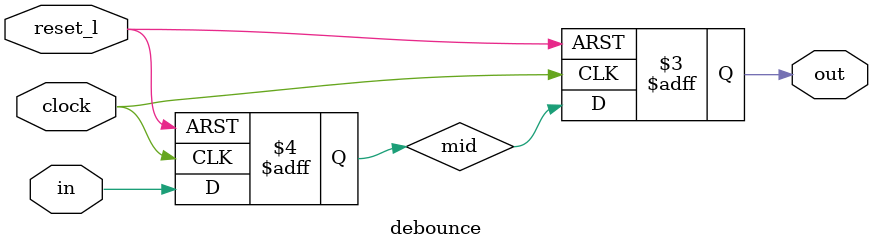
<source format=sv>
module debounce
	#(parameter WIDTH=1)
(
	input logic clock,
	input logic reset_l,
	input logic [WIDTH-1:0] in,
	output logic [WIDTH-1:0] out
);

logic [WIDTH-1:0] mid;

always_ff @(posedge clock, negedge reset_l) begin
	if (~reset_l) begin
		mid <= 'd0;
		out <= 'd0;
	end else begin
		mid <= in;
		out <= mid;
	end
end

endmodule

</source>
